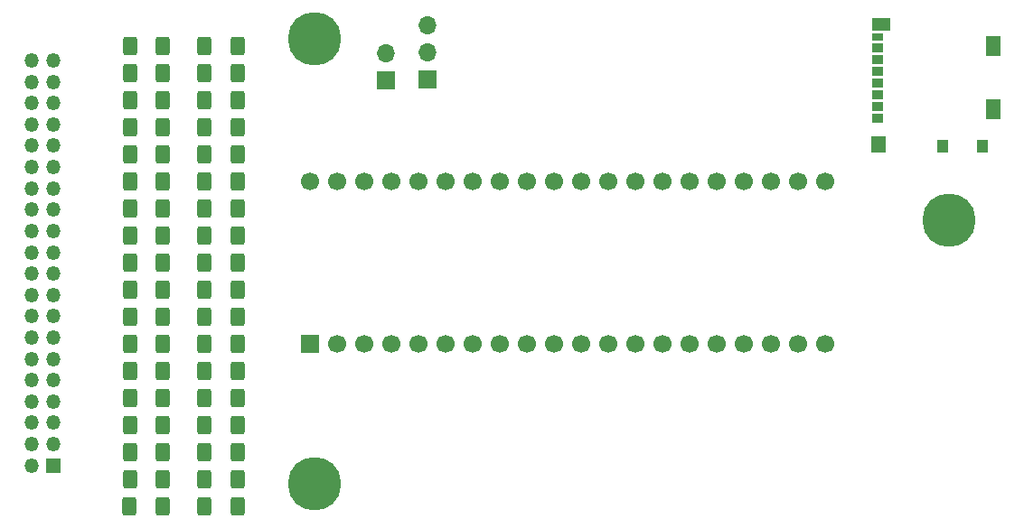
<source format=gts>
G04 #@! TF.GenerationSoftware,KiCad,Pcbnew,(6.0.4)*
G04 #@! TF.CreationDate,2022-09-09T10:41:32-05:00*
G04 #@! TF.ProjectId,v2-PowerBook-BLUESCSI-dehij,76322d50-6f77-4657-9242-6f6f6b2d424c,rev?*
G04 #@! TF.SameCoordinates,Original*
G04 #@! TF.FileFunction,Soldermask,Top*
G04 #@! TF.FilePolarity,Negative*
%FSLAX46Y46*%
G04 Gerber Fmt 4.6, Leading zero omitted, Abs format (unit mm)*
G04 Created by KiCad (PCBNEW (6.0.4)) date 2022-09-09 10:41:32*
%MOMM*%
%LPD*%
G01*
G04 APERTURE LIST*
G04 Aperture macros list*
%AMRoundRect*
0 Rectangle with rounded corners*
0 $1 Rounding radius*
0 $2 $3 $4 $5 $6 $7 $8 $9 X,Y pos of 4 corners*
0 Add a 4 corners polygon primitive as box body*
4,1,4,$2,$3,$4,$5,$6,$7,$8,$9,$2,$3,0*
0 Add four circle primitives for the rounded corners*
1,1,$1+$1,$2,$3*
1,1,$1+$1,$4,$5*
1,1,$1+$1,$6,$7*
1,1,$1+$1,$8,$9*
0 Add four rect primitives between the rounded corners*
20,1,$1+$1,$2,$3,$4,$5,0*
20,1,$1+$1,$4,$5,$6,$7,0*
20,1,$1+$1,$6,$7,$8,$9,0*
20,1,$1+$1,$8,$9,$2,$3,0*%
G04 Aperture macros list end*
%ADD10R,1.100000X0.850000*%
%ADD11R,1.100000X0.750000*%
%ADD12R,1.000000X1.200000*%
%ADD13R,1.350000X1.550000*%
%ADD14R,1.350000X1.900000*%
%ADD15R,1.800000X1.170000*%
%ADD16R,1.700000X1.700000*%
%ADD17O,1.700000X1.700000*%
%ADD18RoundRect,0.250000X0.400000X0.625000X-0.400000X0.625000X-0.400000X-0.625000X0.400000X-0.625000X0*%
%ADD19RoundRect,0.250000X-0.400000X-0.625000X0.400000X-0.625000X0.400000X0.625000X-0.400000X0.625000X0*%
%ADD20C,1.700000*%
%ADD21C,0.800000*%
%ADD22C,5.000000*%
%ADD23R,1.350000X1.350000*%
%ADD24O,1.350000X1.350000*%
G04 APERTURE END LIST*
D10*
X155962500Y-88105000D03*
X155962500Y-87005000D03*
X155962500Y-85905000D03*
X155962500Y-84805000D03*
X155962500Y-83705000D03*
X155962500Y-82605000D03*
X155962500Y-81505000D03*
D11*
X155962500Y-80455000D03*
D12*
X162112500Y-90740000D03*
X165812500Y-90740000D03*
D13*
X156087500Y-90565000D03*
D14*
X166787500Y-87240000D03*
D15*
X156312500Y-79245000D03*
D14*
X166787500Y-81270000D03*
D16*
X109950000Y-84500000D03*
D17*
X109950000Y-81960000D03*
D16*
X113800000Y-84400000D03*
D17*
X113800000Y-81860000D03*
X113800000Y-79320000D03*
D18*
X89030000Y-81280000D03*
X85930000Y-81280000D03*
X89030000Y-83820000D03*
X85930000Y-83820000D03*
X89030000Y-86360000D03*
X85930000Y-86360000D03*
X89030000Y-88900000D03*
X85930000Y-88900000D03*
X89030000Y-91440000D03*
X85930000Y-91440000D03*
X89030000Y-93980000D03*
X85930000Y-93980000D03*
X89030000Y-99060000D03*
X85930000Y-99060000D03*
X89030000Y-101600000D03*
X85930000Y-101600000D03*
X89050000Y-104140000D03*
X85950000Y-104140000D03*
X89050000Y-106680000D03*
X85950000Y-106680000D03*
X89050000Y-109220000D03*
X85950000Y-109220000D03*
X89050000Y-111760000D03*
X85950000Y-111760000D03*
X89050000Y-114300000D03*
X85950000Y-114300000D03*
X89050000Y-116840000D03*
X85950000Y-116840000D03*
X89050000Y-119380000D03*
X85950000Y-119380000D03*
X89050000Y-121910000D03*
X85950000Y-121910000D03*
X89000000Y-124460000D03*
X85900000Y-124460000D03*
D19*
X92950000Y-81280000D03*
X96050000Y-81280000D03*
X92950000Y-83820000D03*
X96050000Y-83820000D03*
X92950000Y-86360000D03*
X96050000Y-86360000D03*
X92950000Y-88900000D03*
X96050000Y-88900000D03*
X92950000Y-91440000D03*
X96050000Y-91440000D03*
X92950000Y-93980000D03*
X96050000Y-93980000D03*
X92950000Y-96520000D03*
X96050000Y-96520000D03*
X92950000Y-99060000D03*
X96050000Y-99060000D03*
X92950000Y-101600000D03*
X96050000Y-101600000D03*
X92950000Y-124460000D03*
X96050000Y-124460000D03*
X92950000Y-121920000D03*
X96050000Y-121920000D03*
X92950000Y-119380000D03*
X96050000Y-119380000D03*
X92950000Y-116840000D03*
X96050000Y-116840000D03*
X92950000Y-114300000D03*
X96050000Y-114300000D03*
X92950000Y-111760000D03*
X96050000Y-111760000D03*
X92950000Y-109220000D03*
X96050000Y-109220000D03*
X92950000Y-106680000D03*
X96050000Y-106680000D03*
X92950000Y-104140000D03*
X96050000Y-104140000D03*
D16*
X102800000Y-109270000D03*
D20*
X105340000Y-109270000D03*
X107880000Y-109270000D03*
X110420000Y-109270000D03*
X112960000Y-109270000D03*
X115500000Y-109270000D03*
X118040000Y-109270000D03*
X120580000Y-109270000D03*
X123120000Y-109270000D03*
X125660000Y-109270000D03*
X128200000Y-109270000D03*
X130740000Y-109270000D03*
X133280000Y-109270000D03*
X135820000Y-109270000D03*
X138360000Y-109270000D03*
X140900000Y-109270000D03*
X143440000Y-109270000D03*
X145980000Y-109270000D03*
X148520000Y-109270000D03*
X151060000Y-109270000D03*
X151060000Y-94030000D03*
X148520000Y-94030000D03*
X145980000Y-94030000D03*
X143440000Y-94030000D03*
X140900000Y-94030000D03*
X138360000Y-94030000D03*
X135820000Y-94030000D03*
X133280000Y-94030000D03*
X130740000Y-94030000D03*
X128200000Y-94030000D03*
X125660000Y-94030000D03*
X123120000Y-94030000D03*
X120580000Y-94030000D03*
X118040000Y-94030000D03*
X115500000Y-94030000D03*
X112960000Y-94030000D03*
X110420000Y-94030000D03*
X107880000Y-94030000D03*
X105340000Y-94030000D03*
X102800000Y-94030000D03*
D18*
X89030000Y-96520000D03*
X85930000Y-96520000D03*
D21*
X161348350Y-96348350D03*
X161348350Y-99000000D03*
X162674175Y-95799175D03*
X164549175Y-97674175D03*
D22*
X162674175Y-97674175D03*
D21*
X162674175Y-99549175D03*
X164000000Y-96348350D03*
X164000000Y-99000000D03*
X160799175Y-97674175D03*
X105125000Y-80645000D03*
X103250000Y-78770000D03*
X104575825Y-81970825D03*
D22*
X103250000Y-80645000D03*
D21*
X101924175Y-79319175D03*
X101924175Y-81970825D03*
X103250000Y-82520000D03*
X101375000Y-80645000D03*
X104575825Y-79319175D03*
D22*
X103250000Y-122325000D03*
D21*
X101924175Y-123650825D03*
X103250000Y-120450000D03*
X101375000Y-122325000D03*
X104575825Y-120999175D03*
X104575825Y-123650825D03*
X105125000Y-122325000D03*
X103250000Y-124200000D03*
X101924175Y-120999175D03*
D23*
X78740000Y-120650000D03*
D24*
X76740000Y-120650000D03*
X78740000Y-118650000D03*
X76740000Y-118650000D03*
X78740000Y-116650000D03*
X76740000Y-116650000D03*
X78740000Y-114650000D03*
X76740000Y-114650000D03*
X78740000Y-112650000D03*
X76740000Y-112650000D03*
X78740000Y-110650000D03*
X76740000Y-110650000D03*
X78740000Y-108650000D03*
X76740000Y-108650000D03*
X78740000Y-106650000D03*
X76740000Y-106650000D03*
X78740000Y-104650000D03*
X76740000Y-104650000D03*
X78740000Y-102650000D03*
X76740000Y-102650000D03*
X78740000Y-100650000D03*
X76740000Y-100650000D03*
X78740000Y-98650000D03*
X76740000Y-98650000D03*
X78740000Y-96650000D03*
X76740000Y-96650000D03*
X78740000Y-94650000D03*
X76740000Y-94650000D03*
X78740000Y-92650000D03*
X76740000Y-92650000D03*
X78740000Y-90650000D03*
X76740000Y-90650000D03*
X78740000Y-88650000D03*
X76740000Y-88650000D03*
X78740000Y-86650000D03*
X76740000Y-86650000D03*
X78740000Y-84650000D03*
X76740000Y-84650000D03*
X78740000Y-82650000D03*
X76740000Y-82650000D03*
M02*

</source>
